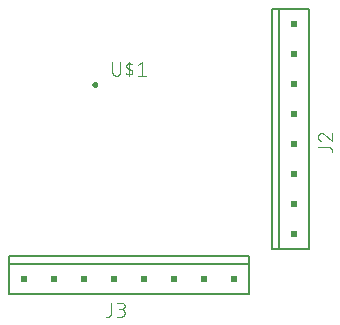
<source format=gbr>
G04 EAGLE Gerber RS-274X export*
G75*
%MOMM*%
%FSLAX34Y34*%
%LPD*%
%INSilkscreen Top*%
%IPPOS*%
%AMOC8*
5,1,8,0,0,1.08239X$1,22.5*%
G01*
%ADD10C,0.152400*%
%ADD11R,0.508000X0.508000*%
%ADD12C,0.101600*%
%ADD13C,0.250000*%


D10*
X444500Y177800D02*
X419100Y177800D01*
X419100Y381000D01*
X444500Y381000D01*
X444500Y177800D01*
X419100Y177800D02*
X412750Y177800D01*
X412750Y381000D01*
X419100Y381000D01*
D11*
X431800Y266700D03*
X431800Y241300D03*
X431800Y215900D03*
X431800Y292100D03*
X431800Y317500D03*
X431800Y342900D03*
X431800Y368300D03*
X431800Y190500D03*
D12*
X452120Y263991D02*
X461208Y263991D01*
X461208Y263990D02*
X461307Y263988D01*
X461407Y263982D01*
X461506Y263973D01*
X461604Y263960D01*
X461702Y263943D01*
X461800Y263922D01*
X461896Y263897D01*
X461991Y263869D01*
X462085Y263837D01*
X462178Y263802D01*
X462270Y263763D01*
X462360Y263720D01*
X462448Y263675D01*
X462535Y263625D01*
X462619Y263573D01*
X462702Y263517D01*
X462782Y263459D01*
X462860Y263397D01*
X462935Y263332D01*
X463008Y263264D01*
X463078Y263194D01*
X463146Y263121D01*
X463211Y263046D01*
X463273Y262968D01*
X463331Y262888D01*
X463387Y262805D01*
X463439Y262721D01*
X463489Y262634D01*
X463534Y262546D01*
X463577Y262456D01*
X463616Y262364D01*
X463651Y262271D01*
X463683Y262177D01*
X463711Y262082D01*
X463736Y261986D01*
X463757Y261888D01*
X463774Y261790D01*
X463787Y261692D01*
X463796Y261593D01*
X463802Y261493D01*
X463804Y261394D01*
X463804Y260096D01*
X452120Y272834D02*
X452122Y272941D01*
X452128Y273047D01*
X452138Y273153D01*
X452151Y273259D01*
X452169Y273365D01*
X452190Y273469D01*
X452215Y273573D01*
X452244Y273676D01*
X452276Y273777D01*
X452313Y273877D01*
X452353Y273976D01*
X452396Y274074D01*
X452443Y274170D01*
X452494Y274264D01*
X452548Y274356D01*
X452605Y274446D01*
X452665Y274534D01*
X452729Y274619D01*
X452796Y274702D01*
X452866Y274783D01*
X452938Y274861D01*
X453014Y274937D01*
X453092Y275009D01*
X453173Y275079D01*
X453256Y275146D01*
X453341Y275210D01*
X453429Y275270D01*
X453519Y275327D01*
X453611Y275381D01*
X453705Y275432D01*
X453801Y275479D01*
X453899Y275522D01*
X453998Y275562D01*
X454098Y275599D01*
X454199Y275631D01*
X454302Y275660D01*
X454406Y275685D01*
X454510Y275706D01*
X454616Y275724D01*
X454722Y275737D01*
X454828Y275747D01*
X454934Y275753D01*
X455041Y275755D01*
X452120Y272834D02*
X452122Y272713D01*
X452128Y272592D01*
X452138Y272472D01*
X452151Y272351D01*
X452169Y272232D01*
X452190Y272112D01*
X452215Y271994D01*
X452244Y271877D01*
X452277Y271760D01*
X452313Y271645D01*
X452354Y271531D01*
X452397Y271418D01*
X452445Y271306D01*
X452496Y271197D01*
X452551Y271089D01*
X452609Y270982D01*
X452670Y270878D01*
X452735Y270776D01*
X452803Y270676D01*
X452874Y270578D01*
X452948Y270482D01*
X453025Y270389D01*
X453106Y270299D01*
X453189Y270211D01*
X453275Y270126D01*
X453364Y270043D01*
X453455Y269964D01*
X453549Y269887D01*
X453645Y269814D01*
X453743Y269744D01*
X453844Y269677D01*
X453947Y269613D01*
X454052Y269553D01*
X454159Y269495D01*
X454267Y269442D01*
X454377Y269392D01*
X454489Y269346D01*
X454602Y269303D01*
X454717Y269264D01*
X457313Y274781D02*
X457235Y274860D01*
X457155Y274936D01*
X457072Y275009D01*
X456986Y275079D01*
X456899Y275146D01*
X456808Y275210D01*
X456716Y275270D01*
X456622Y275328D01*
X456525Y275382D01*
X456427Y275432D01*
X456327Y275479D01*
X456226Y275523D01*
X456123Y275563D01*
X456018Y275599D01*
X455913Y275631D01*
X455806Y275660D01*
X455699Y275685D01*
X455590Y275707D01*
X455481Y275724D01*
X455372Y275738D01*
X455262Y275747D01*
X455151Y275753D01*
X455041Y275755D01*
X457313Y274782D02*
X463804Y269264D01*
X463804Y275755D01*
D10*
X190500Y165100D02*
X190500Y139700D01*
X190500Y165100D02*
X393700Y165100D01*
X393700Y139700D01*
X190500Y139700D01*
X190500Y165100D02*
X190500Y171450D01*
X393700Y171450D01*
X393700Y165100D01*
D11*
X279400Y152400D03*
X254000Y152400D03*
X228600Y152400D03*
X304800Y152400D03*
X330200Y152400D03*
X355600Y152400D03*
X381000Y152400D03*
X203200Y152400D03*
D12*
X276691Y132080D02*
X276691Y122992D01*
X276690Y122992D02*
X276688Y122893D01*
X276682Y122793D01*
X276673Y122694D01*
X276660Y122596D01*
X276643Y122498D01*
X276622Y122400D01*
X276597Y122304D01*
X276569Y122209D01*
X276537Y122115D01*
X276502Y122022D01*
X276463Y121930D01*
X276420Y121840D01*
X276375Y121752D01*
X276325Y121665D01*
X276273Y121581D01*
X276217Y121498D01*
X276159Y121418D01*
X276097Y121340D01*
X276032Y121265D01*
X275964Y121192D01*
X275894Y121122D01*
X275821Y121054D01*
X275746Y120989D01*
X275668Y120927D01*
X275588Y120869D01*
X275505Y120813D01*
X275421Y120761D01*
X275334Y120711D01*
X275246Y120666D01*
X275156Y120623D01*
X275064Y120584D01*
X274971Y120549D01*
X274877Y120517D01*
X274782Y120489D01*
X274686Y120464D01*
X274588Y120443D01*
X274490Y120426D01*
X274392Y120413D01*
X274293Y120404D01*
X274193Y120398D01*
X274094Y120396D01*
X272796Y120396D01*
X281964Y120396D02*
X285210Y120396D01*
X285323Y120398D01*
X285436Y120404D01*
X285549Y120414D01*
X285662Y120428D01*
X285774Y120445D01*
X285885Y120467D01*
X285995Y120492D01*
X286105Y120522D01*
X286213Y120555D01*
X286320Y120592D01*
X286426Y120632D01*
X286530Y120677D01*
X286633Y120725D01*
X286734Y120776D01*
X286833Y120831D01*
X286930Y120889D01*
X287025Y120951D01*
X287118Y121016D01*
X287208Y121084D01*
X287296Y121155D01*
X287382Y121230D01*
X287465Y121307D01*
X287545Y121387D01*
X287622Y121470D01*
X287697Y121556D01*
X287768Y121644D01*
X287836Y121734D01*
X287901Y121827D01*
X287963Y121922D01*
X288021Y122019D01*
X288076Y122118D01*
X288127Y122219D01*
X288175Y122322D01*
X288220Y122426D01*
X288260Y122532D01*
X288297Y122639D01*
X288330Y122747D01*
X288360Y122857D01*
X288385Y122967D01*
X288407Y123078D01*
X288424Y123190D01*
X288438Y123303D01*
X288448Y123416D01*
X288454Y123529D01*
X288456Y123642D01*
X288454Y123755D01*
X288448Y123868D01*
X288438Y123981D01*
X288424Y124094D01*
X288407Y124206D01*
X288385Y124317D01*
X288360Y124427D01*
X288330Y124537D01*
X288297Y124645D01*
X288260Y124752D01*
X288220Y124858D01*
X288175Y124962D01*
X288127Y125065D01*
X288076Y125166D01*
X288021Y125265D01*
X287963Y125362D01*
X287901Y125457D01*
X287836Y125550D01*
X287768Y125640D01*
X287697Y125728D01*
X287622Y125814D01*
X287545Y125897D01*
X287465Y125977D01*
X287382Y126054D01*
X287296Y126129D01*
X287208Y126200D01*
X287118Y126268D01*
X287025Y126333D01*
X286930Y126395D01*
X286833Y126453D01*
X286734Y126508D01*
X286633Y126559D01*
X286530Y126607D01*
X286426Y126652D01*
X286320Y126692D01*
X286213Y126729D01*
X286105Y126762D01*
X285995Y126792D01*
X285885Y126817D01*
X285774Y126839D01*
X285662Y126856D01*
X285549Y126870D01*
X285436Y126880D01*
X285323Y126886D01*
X285210Y126888D01*
X285859Y132080D02*
X281964Y132080D01*
X285859Y132080D02*
X285960Y132078D01*
X286060Y132072D01*
X286160Y132062D01*
X286260Y132049D01*
X286359Y132031D01*
X286458Y132010D01*
X286555Y131985D01*
X286652Y131956D01*
X286747Y131923D01*
X286841Y131887D01*
X286933Y131847D01*
X287024Y131804D01*
X287113Y131757D01*
X287200Y131707D01*
X287286Y131653D01*
X287369Y131596D01*
X287449Y131536D01*
X287528Y131473D01*
X287604Y131406D01*
X287677Y131337D01*
X287747Y131265D01*
X287815Y131191D01*
X287880Y131114D01*
X287941Y131034D01*
X288000Y130952D01*
X288055Y130868D01*
X288107Y130782D01*
X288156Y130694D01*
X288201Y130604D01*
X288243Y130512D01*
X288281Y130419D01*
X288315Y130324D01*
X288346Y130229D01*
X288373Y130132D01*
X288396Y130034D01*
X288416Y129935D01*
X288431Y129835D01*
X288443Y129735D01*
X288451Y129635D01*
X288455Y129534D01*
X288455Y129434D01*
X288451Y129333D01*
X288443Y129233D01*
X288431Y129133D01*
X288416Y129033D01*
X288396Y128934D01*
X288373Y128836D01*
X288346Y128739D01*
X288315Y128644D01*
X288281Y128549D01*
X288243Y128456D01*
X288201Y128364D01*
X288156Y128274D01*
X288107Y128186D01*
X288055Y128100D01*
X288000Y128016D01*
X287941Y127934D01*
X287880Y127854D01*
X287815Y127777D01*
X287747Y127703D01*
X287677Y127631D01*
X287604Y127562D01*
X287528Y127495D01*
X287449Y127432D01*
X287369Y127372D01*
X287286Y127315D01*
X287200Y127261D01*
X287113Y127211D01*
X287024Y127164D01*
X286933Y127121D01*
X286841Y127081D01*
X286747Y127045D01*
X286652Y127012D01*
X286555Y126983D01*
X286458Y126958D01*
X286359Y126937D01*
X286260Y126919D01*
X286160Y126906D01*
X286060Y126896D01*
X285960Y126890D01*
X285859Y126888D01*
X285859Y126887D02*
X283262Y126887D01*
D13*
X261850Y317100D02*
X261852Y317170D01*
X261858Y317240D01*
X261868Y317309D01*
X261881Y317378D01*
X261899Y317446D01*
X261920Y317513D01*
X261945Y317578D01*
X261974Y317642D01*
X262006Y317705D01*
X262042Y317765D01*
X262081Y317823D01*
X262123Y317879D01*
X262168Y317933D01*
X262216Y317984D01*
X262267Y318032D01*
X262321Y318077D01*
X262377Y318119D01*
X262435Y318158D01*
X262495Y318194D01*
X262558Y318226D01*
X262622Y318255D01*
X262687Y318280D01*
X262754Y318301D01*
X262822Y318319D01*
X262891Y318332D01*
X262960Y318342D01*
X263030Y318348D01*
X263100Y318350D01*
X263170Y318348D01*
X263240Y318342D01*
X263309Y318332D01*
X263378Y318319D01*
X263446Y318301D01*
X263513Y318280D01*
X263578Y318255D01*
X263642Y318226D01*
X263705Y318194D01*
X263765Y318158D01*
X263823Y318119D01*
X263879Y318077D01*
X263933Y318032D01*
X263984Y317984D01*
X264032Y317933D01*
X264077Y317879D01*
X264119Y317823D01*
X264158Y317765D01*
X264194Y317705D01*
X264226Y317642D01*
X264255Y317578D01*
X264280Y317513D01*
X264301Y317446D01*
X264319Y317378D01*
X264332Y317309D01*
X264342Y317240D01*
X264348Y317170D01*
X264350Y317100D01*
X264348Y317030D01*
X264342Y316960D01*
X264332Y316891D01*
X264319Y316822D01*
X264301Y316754D01*
X264280Y316687D01*
X264255Y316622D01*
X264226Y316558D01*
X264194Y316495D01*
X264158Y316435D01*
X264119Y316377D01*
X264077Y316321D01*
X264032Y316267D01*
X263984Y316216D01*
X263933Y316168D01*
X263879Y316123D01*
X263823Y316081D01*
X263765Y316042D01*
X263705Y316006D01*
X263642Y315974D01*
X263578Y315945D01*
X263513Y315920D01*
X263446Y315899D01*
X263378Y315881D01*
X263309Y315868D01*
X263240Y315858D01*
X263170Y315852D01*
X263100Y315850D01*
X263030Y315852D01*
X262960Y315858D01*
X262891Y315868D01*
X262822Y315881D01*
X262754Y315899D01*
X262687Y315920D01*
X262622Y315945D01*
X262558Y315974D01*
X262495Y316006D01*
X262435Y316042D01*
X262377Y316081D01*
X262321Y316123D01*
X262267Y316168D01*
X262216Y316216D01*
X262168Y316267D01*
X262123Y316321D01*
X262081Y316377D01*
X262042Y316435D01*
X262006Y316495D01*
X261974Y316558D01*
X261945Y316622D01*
X261920Y316687D01*
X261899Y316754D01*
X261881Y316822D01*
X261868Y316891D01*
X261858Y316960D01*
X261852Y317030D01*
X261850Y317100D01*
D12*
X277996Y327604D02*
X277996Y336042D01*
X277996Y327604D02*
X277998Y327491D01*
X278004Y327378D01*
X278014Y327265D01*
X278028Y327152D01*
X278045Y327040D01*
X278067Y326929D01*
X278092Y326819D01*
X278122Y326709D01*
X278155Y326601D01*
X278192Y326494D01*
X278232Y326388D01*
X278277Y326284D01*
X278325Y326181D01*
X278376Y326080D01*
X278431Y325981D01*
X278489Y325884D01*
X278551Y325789D01*
X278616Y325696D01*
X278684Y325606D01*
X278755Y325518D01*
X278830Y325432D01*
X278907Y325349D01*
X278987Y325269D01*
X279070Y325192D01*
X279156Y325117D01*
X279244Y325046D01*
X279334Y324978D01*
X279427Y324913D01*
X279522Y324851D01*
X279619Y324793D01*
X279718Y324738D01*
X279819Y324687D01*
X279922Y324639D01*
X280026Y324594D01*
X280132Y324554D01*
X280239Y324517D01*
X280347Y324484D01*
X280457Y324454D01*
X280567Y324429D01*
X280678Y324407D01*
X280790Y324390D01*
X280903Y324376D01*
X281016Y324366D01*
X281129Y324360D01*
X281242Y324358D01*
X281355Y324360D01*
X281468Y324366D01*
X281581Y324376D01*
X281694Y324390D01*
X281806Y324407D01*
X281917Y324429D01*
X282027Y324454D01*
X282137Y324484D01*
X282245Y324517D01*
X282352Y324554D01*
X282458Y324594D01*
X282562Y324639D01*
X282665Y324687D01*
X282766Y324738D01*
X282865Y324793D01*
X282962Y324851D01*
X283057Y324913D01*
X283150Y324978D01*
X283240Y325046D01*
X283328Y325117D01*
X283414Y325192D01*
X283497Y325269D01*
X283577Y325349D01*
X283654Y325432D01*
X283729Y325518D01*
X283800Y325606D01*
X283868Y325696D01*
X283933Y325789D01*
X283995Y325884D01*
X284053Y325981D01*
X284108Y326080D01*
X284159Y326181D01*
X284207Y326284D01*
X284252Y326388D01*
X284292Y326494D01*
X284329Y326601D01*
X284362Y326709D01*
X284392Y326819D01*
X284417Y326929D01*
X284439Y327040D01*
X284456Y327152D01*
X284470Y327265D01*
X284480Y327378D01*
X284486Y327491D01*
X284488Y327604D01*
X284487Y327604D02*
X284487Y336042D01*
X292291Y336042D02*
X292291Y324358D01*
X292291Y330200D02*
X290668Y331174D01*
X290667Y331173D02*
X290594Y331220D01*
X290523Y331269D01*
X290453Y331322D01*
X290387Y331378D01*
X290323Y331437D01*
X290261Y331498D01*
X290203Y331562D01*
X290147Y331629D01*
X290095Y331698D01*
X290045Y331770D01*
X289999Y331844D01*
X289956Y331919D01*
X289917Y331997D01*
X289881Y332076D01*
X289849Y332157D01*
X289820Y332239D01*
X289795Y332322D01*
X289774Y332406D01*
X289757Y332491D01*
X289743Y332577D01*
X289734Y332663D01*
X289728Y332750D01*
X289726Y332837D01*
X289728Y332924D01*
X289734Y333011D01*
X289744Y333097D01*
X289757Y333183D01*
X289775Y333268D01*
X289796Y333352D01*
X289821Y333435D01*
X289850Y333518D01*
X289882Y333598D01*
X289918Y333677D01*
X289957Y333755D01*
X290000Y333830D01*
X290047Y333904D01*
X290096Y333975D01*
X290149Y334045D01*
X290204Y334111D01*
X290263Y334175D01*
X290324Y334237D01*
X290389Y334296D01*
X290455Y334351D01*
X290524Y334404D01*
X290596Y334454D01*
X290669Y334500D01*
X290745Y334543D01*
X290822Y334582D01*
X290901Y334618D01*
X290982Y334651D01*
X291064Y334679D01*
X291147Y334705D01*
X291231Y334726D01*
X291317Y334743D01*
X291317Y334744D02*
X291457Y334768D01*
X291599Y334788D01*
X291740Y334804D01*
X291882Y334815D01*
X292025Y334823D01*
X292167Y334827D01*
X292310Y334828D01*
X292453Y334824D01*
X292595Y334816D01*
X292737Y334804D01*
X292879Y334788D01*
X293020Y334769D01*
X293161Y334745D01*
X293301Y334718D01*
X293440Y334686D01*
X293578Y334651D01*
X293716Y334612D01*
X293852Y334569D01*
X293986Y334523D01*
X294120Y334472D01*
X294252Y334419D01*
X294382Y334361D01*
X294511Y334300D01*
X294638Y334235D01*
X294764Y334167D01*
X294887Y334095D01*
X292291Y330200D02*
X293913Y329226D01*
X293914Y329227D02*
X293987Y329180D01*
X294058Y329131D01*
X294128Y329078D01*
X294194Y329022D01*
X294258Y328963D01*
X294320Y328902D01*
X294378Y328838D01*
X294434Y328771D01*
X294486Y328702D01*
X294536Y328630D01*
X294582Y328556D01*
X294625Y328481D01*
X294664Y328403D01*
X294700Y328324D01*
X294732Y328243D01*
X294761Y328161D01*
X294786Y328078D01*
X294807Y327994D01*
X294824Y327909D01*
X294838Y327823D01*
X294847Y327737D01*
X294853Y327650D01*
X294855Y327563D01*
X294853Y327476D01*
X294847Y327389D01*
X294837Y327303D01*
X294824Y327217D01*
X294806Y327132D01*
X294785Y327048D01*
X294760Y326965D01*
X294731Y326882D01*
X294699Y326802D01*
X294663Y326723D01*
X294624Y326645D01*
X294581Y326570D01*
X294534Y326496D01*
X294485Y326425D01*
X294432Y326355D01*
X294377Y326289D01*
X294318Y326225D01*
X294257Y326163D01*
X294192Y326104D01*
X294126Y326049D01*
X294057Y325996D01*
X293985Y325946D01*
X293912Y325900D01*
X293836Y325857D01*
X293759Y325818D01*
X293680Y325782D01*
X293599Y325749D01*
X293517Y325721D01*
X293434Y325695D01*
X293350Y325674D01*
X293265Y325657D01*
X293264Y325656D02*
X293124Y325632D01*
X292982Y325612D01*
X292841Y325596D01*
X292699Y325585D01*
X292556Y325577D01*
X292414Y325573D01*
X292271Y325572D01*
X292128Y325576D01*
X291986Y325584D01*
X291844Y325596D01*
X291702Y325612D01*
X291561Y325631D01*
X291420Y325655D01*
X291280Y325682D01*
X291141Y325714D01*
X291003Y325749D01*
X290865Y325788D01*
X290729Y325831D01*
X290595Y325877D01*
X290461Y325928D01*
X290329Y325981D01*
X290199Y326039D01*
X290070Y326100D01*
X289943Y326165D01*
X289817Y326233D01*
X289694Y326305D01*
X299713Y333446D02*
X302958Y336042D01*
X302958Y324358D01*
X299713Y324358D02*
X306204Y324358D01*
M02*

</source>
